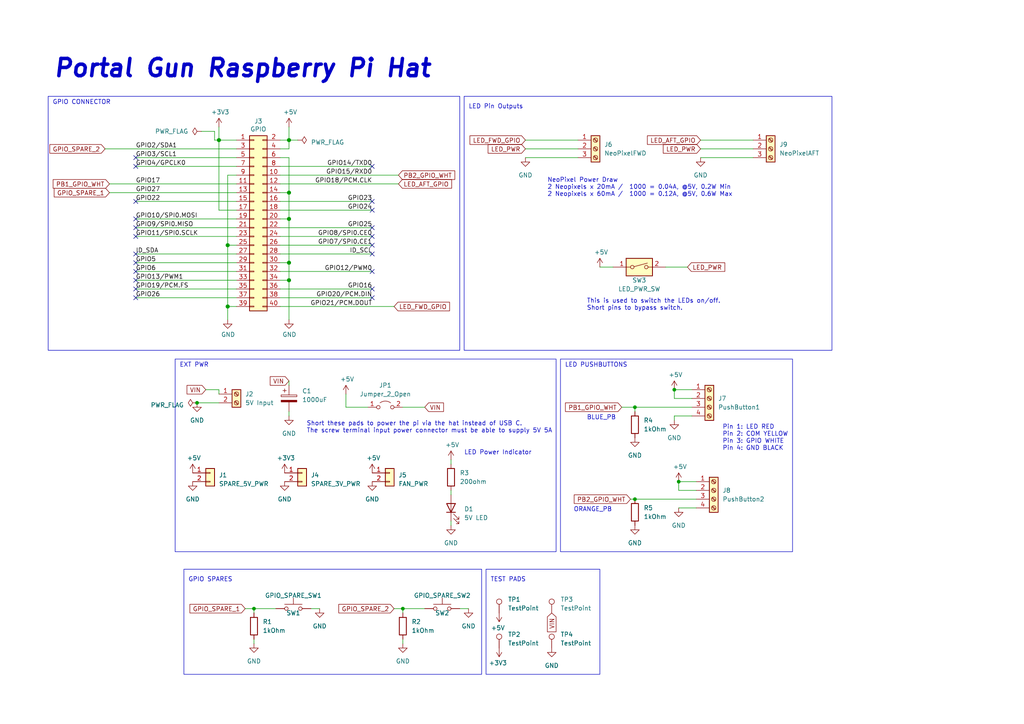
<source format=kicad_sch>
(kicad_sch (version 20230121) (generator eeschema)
  (paper "A4")
  (title_block (title "Portal Gun Raspberry Pi Hat PCB") (date "2024-01-29") (rev "0.1") (company "Ranil Ganlath"))
  (lib_symbols
    (symbol "Connector:Screw_Terminal_01x02" (pin_names (offset 1.016) hide)
      (property "Reference" "J" (at 0 2.54 0))
      (property "Value" "Screw_Terminal_01x02" (at 0 -5.08 0))
      (symbol "Screw_Terminal_01x02_1_1"
        (rectangle (start -1.27 1.27) (end 1.27 -3.81) (stroke (width 0.254)) (fill (type background)))
        (circle (center 0 -2.54) (radius 0.635) (stroke (width 0.1524)))
        (polyline (pts (xy -0.5334 -2.2098) (xy 0.3302 -3.048)) (stroke (width 0.1524)))
        (polyline (pts (xy -0.5334 0.3302) (xy 0.3302 -0.508)) (stroke (width 0.1524)))
        (polyline (pts (xy -0.3556 -2.032) (xy 0.508 -2.8702)) (stroke (width 0.1524)))
        (polyline (pts (xy -0.3556 0.508) (xy 0.508 -0.3302)) (stroke (width 0.1524)))
        (circle (center 0 0) (radius 0.635) (stroke (width 0.1524)))
        (pin passive line (at -5.08 0 0) (length 3.81) (name "Pin_1") (number "1"))
        (pin passive line (at -5.08 -2.54 0) (length 3.81) (name "Pin_2") (number "2"))
      )
    )
    (symbol "Connector:Screw_Terminal_01x03" (pin_names (offset 1.016) hide)
      (property "Reference" "J" (at 0 5.08 0))
      (property "Value" "Screw_Terminal_01x03" (at 0 -5.08 0))
      (symbol "Screw_Terminal_01x03_1_1"
        (rectangle (start -1.27 3.81) (end 1.27 -3.81) (stroke (width 0.254)) (fill (type background)))
        (circle (center 0 -2.54) (radius 0.635) (stroke (width 0.1524)))
        (polyline (pts (xy -0.5334 -2.2098) (xy 0.3302 -3.048)) (stroke (width 0.1524)))
        (polyline (pts (xy -0.5334 0.3302) (xy 0.3302 -0.508)) (stroke (width 0.1524)))
        (polyline (pts (xy -0.5334 2.8702) (xy 0.3302 2.032)) (stroke (width 0.1524)))
        (polyline (pts (xy -0.3556 -2.032) (xy 0.508 -2.8702)) (stroke (width 0.1524)))
        (polyline (pts (xy -0.3556 0.508) (xy 0.508 -0.3302)) (stroke (width 0.1524)))
        (polyline (pts (xy -0.3556 3.048) (xy 0.508 2.2098)) (stroke (width 0.1524)))
        (circle (center 0 0) (radius 0.635) (stroke (width 0.1524)))
        (circle (center 0 2.54) (radius 0.635) (stroke (width 0.1524)))
        (pin passive line (at -5.08 2.54 0) (length 3.81) (name "Pin_1") (number "1"))
        (pin passive line (at -5.08 0 0) (length 3.81) (name "Pin_2") (number "2"))
        (pin passive line (at -5.08 -2.54 0) (length 3.81) (name "Pin_3") (number "3"))
      )
    )
    (symbol "Connector:Screw_Terminal_01x04" (pin_names (offset 1.016) hide)
      (property "Reference" "J" (at 0 5.08 0))
      (property "Value" "Screw_Terminal_01x04" (at 0 -7.62 0))
      (symbol "Screw_Terminal_01x04_1_1"
        (rectangle (start -1.27 3.81) (end 1.27 -6.35) (stroke (width 0.254)) (fill (type background)))
        (circle (center 0 -5.08) (radius 0.635) (stroke (width 0.1524)))
        (circle (center 0 -2.54) (radius 0.635) (stroke (width 0.1524)))
        (polyline (pts (xy -0.5334 -4.7498) (xy 0.3302 -5.588)) (stroke (width 0.1524)))
        (polyline (pts (xy -0.5334 -2.2098) (xy 0.3302 -3.048)) (stroke (width 0.1524)))
        (polyline (pts (xy -0.5334 0.3302) (xy 0.3302 -0.508)) (stroke (width 0.1524)))
        (polyline (pts (xy -0.5334 2.8702) (xy 0.3302 2.032)) (stroke (width 0.1524)))
        (polyline (pts (xy -0.3556 -4.572) (xy 0.508 -5.4102)) (stroke (width 0.1524)))
        (polyline (pts (xy -0.3556 -2.032) (xy 0.508 -2.8702)) (stroke (width 0.1524)))
        (polyline (pts (xy -0.3556 0.508) (xy 0.508 -0.3302)) (stroke (width 0.1524)))
        (polyline (pts (xy -0.3556 3.048) (xy 0.508 2.2098)) (stroke (width 0.1524)))
        (circle (center 0 0) (radius 0.635) (stroke (width 0.1524)))
        (circle (center 0 2.54) (radius 0.635) (stroke (width 0.1524)))
        (pin passive line (at -5.08 2.54 0) (length 3.81) (name "Pin_1") (number "1"))
        (pin passive line (at -5.08 0 0) (length 3.81) (name "Pin_2") (number "2"))
        (pin passive line (at -5.08 -2.54 0) (length 3.81) (name "Pin_3") (number "3"))
        (pin passive line (at -5.08 -5.08 0) (length 3.81) (name "Pin_4") (number "4"))
      )
    )
    (symbol "Connector:TestPoint" (pin_numbers hide) (pin_names (offset 0.762) hide)
      (property "Reference" "TP" (at 0 6.858 0))
      (property "Value" "TestPoint" (at 0 5.08 0))
      (symbol "TestPoint_0_1"
        (circle (center 0 3.302) (radius 0.762))
      )
      (symbol "TestPoint_1_1"
        (pin passive line (at 0 0 90) (length 2.54) (name "1") (number "1"))
      )
    )
    (symbol "Connector_Generic:Conn_01x02" (pin_names (offset 1.016) hide)
      (property "Reference" "J" (at 0 2.54 0))
      (property "Value" "Conn_01x02" (at 0 -5.08 0))
      (symbol "Conn_01x02_1_1"
        (rectangle (start -1.27 -2.413) (end 0 -2.667) (stroke (width 0.1524)))
        (rectangle (start -1.27 0.127) (end 0 -0.127) (stroke (width 0.1524)))
        (rectangle (start -1.27 1.27) (end 1.27 -3.81) (stroke (width 0.254)) (fill (type background)))
        (pin passive line (at -5.08 0 0) (length 3.81) (name "Pin_1") (number "1"))
        (pin passive line (at -5.08 -2.54 0) (length 3.81) (name "Pin_2") (number "2"))
      )
    )
    (symbol "Connector_Generic:Conn_02x20_Odd_Even" (pin_names (offset 1.016) hide)
      (property "Reference" "J" (at 1.27 25.4 0))
      (property "Value" "Conn_02x20_Odd_Even" (at 1.27 -27.94 0))
      (symbol "Conn_02x20_Odd_Even_1_1"
        (rectangle (start -1.27 -25.273) (end 0 -25.527) (stroke (width 0.1524)))
        (rectangle (start -1.27 -22.733) (end 0 -22.987) (stroke (width 0.1524)))
        (rectangle (start -1.27 -20.193) (end 0 -20.447) (stroke (width 0.1524)))
        (rectangle (start -1.27 -17.653) (end 0 -17.907) (stroke (width 0.1524)))
        (rectangle (start -1.27 -15.113) (end 0 -15.367) (stroke (width 0.1524)))
        (rectangle (start -1.27 -12.573) (end 0 -12.827) (stroke (width 0.1524)))
        (rectangle (start -1.27 -10.033) (end 0 -10.287) (stroke (width 0.1524)))
        (rectangle (start -1.27 -7.493) (end 0 -7.747) (stroke (width 0.1524)))
        (rectangle (start -1.27 -4.953) (end 0 -5.207) (stroke (width 0.1524)))
        (rectangle (start -1.27 -2.413) (end 0 -2.667) (stroke (width 0.1524)))
        (rectangle (start -1.27 0.127) (end 0 -0.127) (stroke (width 0.1524)))
        (rectangle (start -1.27 2.667) (end 0 2.413) (stroke (width 0.1524)))
        (rectangle (start -1.27 5.207) (end 0 4.953) (stroke (width 0.1524)))
        (rectangle (start -1.27 7.747) (end 0 7.493) (stroke (width 0.1524)))
        (rectangle (start -1.27 10.287) (end 0 10.033) (stroke (width 0.1524)))
        (rectangle (start -1.27 12.827) (end 0 12.573) (stroke (width 0.1524)))
        (rectangle (start -1.27 15.367) (end 0 15.113) (stroke (width 0.1524)))
        (rectangle (start -1.27 17.907) (end 0 17.653) (stroke (width 0.1524)))
        (rectangle (start -1.27 20.447) (end 0 20.193) (stroke (width 0.1524)))
        (rectangle (start -1.27 22.987) (end 0 22.733) (stroke (width 0.1524)))
        (rectangle (start -1.27 24.13) (end 3.81 -26.67) (stroke (width 0.254)) (fill (type background)))
        (rectangle (start 3.81 -25.273) (end 2.54 -25.527) (stroke (width 0.1524)))
        (rectangle (start 3.81 -22.733) (end 2.54 -22.987) (stroke (width 0.1524)))
        (rectangle (start 3.81 -20.193) (end 2.54 -20.447) (stroke (width 0.1524)))
        (rectangle (start 3.81 -17.653) (end 2.54 -17.907) (stroke (width 0.1524)))
        (rectangle (start 3.81 -15.113) (end 2.54 -15.367) (stroke (width 0.1524)))
        (rectangle (start 3.81 -12.573) (end 2.54 -12.827) (stroke (width 0.1524)))
        (rectangle (start 3.81 -10.033) (end 2.54 -10.287) (stroke (width 0.1524)))
        (rectangle (start 3.81 -7.493) (end 2.54 -7.747) (stroke (width 0.1524)))
        (rectangle (start 3.81 -4.953) (end 2.54 -5.207) (stroke (width 0.1524)))
        (rectangle (start 3.81 -2.413) (end 2.54 -2.667) (stroke (width 0.1524)))
        (rectangle (start 3.81 0.127) (end 2.54 -0.127) (stroke (width 0.1524)))
        (rectangle (start 3.81 2.667) (end 2.54 2.413) (stroke (width 0.1524)))
        (rectangle (start 3.81 5.207) (end 2.54 4.953) (stroke (width 0.1524)))
        (rectangle (start 3.81 7.747) (end 2.54 7.493) (stroke (width 0.1524)))
        (rectangle (start 3.81 10.287) (end 2.54 10.033) (stroke (width 0.1524)))
        (rectangle (start 3.81 12.827) (end 2.54 12.573) (stroke (width 0.1524)))
        (rectangle (start 3.81 15.367) (end 2.54 15.113) (stroke (width 0.1524)))
        (rectangle (start 3.81 17.907) (end 2.54 17.653) (stroke (width 0.1524)))
        (rectangle (start 3.81 20.447) (end 2.54 20.193) (stroke (width 0.1524)))
        (rectangle (start 3.81 22.987) (end 2.54 22.733) (stroke (width 0.1524)))
        (pin passive line (at -5.08 22.86 0) (length 3.81) (name "Pin_1") (number "1"))
        (pin passive line (at 7.62 12.7 180) (length 3.81) (name "Pin_10") (number "10"))
        (pin passive line (at -5.08 10.16 0) (length 3.81) (name "Pin_11") (number "11"))
        (pin passive line (at 7.62 10.16 180) (length 3.81) (name "Pin_12") (number "12"))
        (pin passive line (at -5.08 7.62 0) (length 3.81) (name "Pin_13") (number "13"))
        (pin passive line (at 7.62 7.62 180) (length 3.81) (name "Pin_14") (number "14"))
        (pin passive line (at -5.08 5.08 0) (length 3.81) (name "Pin_15") (number "15"))
        (pin passive line (at 7.62 5.08 180) (length 3.81) (name "Pin_16") (number "16"))
        (pin passive line (at -5.08 2.54 0) (length 3.81) (name "Pin_17") (number "17"))
        (pin passive line (at 7.62 2.54 180) (length 3.81) (name "Pin_18") (number "18"))
        (pin passive line (at -5.08 0 0) (length 3.81) (name "Pin_19") (number "19"))
        (pin passive line (at 7.62 22.86 180) (length 3.81) (name "Pin_2") (number "2"))
        (pin passive line (at 7.62 0 180) (length 3.81) (name "Pin_20") (number "20"))
        (pin passive line (at -5.08 -2.54 0) (length 3.81) (name "Pin_21") (number "21"))
        (pin passive line (at 7.62 -2.54 180) (length 3.81) (name "Pin_22") (number "22"))
        (pin passive line (at -5.08 -5.08 0) (length 3.81) (name "Pin_23") (number "23"))
        (pin passive line (at 7.62 -5.08 180) (length 3.81) (name "Pin_24") (number "24"))
        (pin passive line (at -5.08 -7.62 0) (length 3.81) (name "Pin_25") (number "25"))
        (pin passive line (at 7.62 -7.62 180) (length 3.81) (name "Pin_26") (number "26"))
        (pin passive line (at -5.08 -10.16 0) (length 3.81) (name "Pin_27") (number "27"))
        (pin passive line (at 7.62 -10.16 180) (length 3.81) (name "Pin_28") (number "28"))
        (pin passive line (at -5.08 -12.7 0) (length 3.81) (name "Pin_29") (number "29"))
        (pin passive line (at -5.08 20.32 0) (length 3.81) (name "Pin_3") (number "3"))
        (pin passive line (at 7.62 -12.7 180) (length 3.81) (name "Pin_30") (number "30"))
        (pin passive line (at -5.08 -15.24 0) (length 3.81) (name "Pin_31") (number "31"))
        (pin passive line (at 7.62 -15.24 180) (length 3.81) (name "Pin_32") (number "32"))
        (pin passive line (at -5.08 -17.78 0) (length 3.81) (name "Pin_33") (number "33"))
        (pin passive line (at 7.62 -17.78 180) (length 3.81) (name "Pin_34") (number "34"))
        (pin passive line (at -5.08 -20.32 0) (length 3.81) (name "Pin_35") (number "35"))
        (pin passive line (at 7.62 -20.32 180) (length 3.81) (name "Pin_36") (number "36"))
        (pin passive line (at -5.08 -22.86 0) (length 3.81) (name "Pin_37") (number "37"))
        (pin passive line (at 7.62 -22.86 180) (length 3.81) (name "Pin_38") (number "38"))
        (pin passive line (at -5.08 -25.4 0) (length 3.81) (name "Pin_39") (number "39"))
        (pin passive line (at 7.62 20.32 180) (length 3.81) (name "Pin_4") (number "4"))
        (pin passive line (at 7.62 -25.4 180) (length 3.81) (name "Pin_40") (number "40"))
        (pin passive line (at -5.08 17.78 0) (length 3.81) (name "Pin_5") (number "5"))
        (pin passive line (at 7.62 17.78 180) (length 3.81) (name "Pin_6") (number "6"))
        (pin passive line (at -5.08 15.24 0) (length 3.81) (name "Pin_7") (number "7"))
        (pin passive line (at 7.62 15.24 180) (length 3.81) (name "Pin_8") (number "8"))
        (pin passive line (at -5.08 12.7 0) (length 3.81) (name "Pin_9") (number "9"))
      )
    )
    (symbol "Device:C_Polarized" (pin_numbers hide) (pin_names (offset 0.254))
      (property "Reference" "C" (at 0.635 2.54 0))
      (property "Value" "C_Polarized" (at 0.635 -2.54 0))
      (symbol "C_Polarized_0_1"
        (rectangle (start -2.286 0.508) (end 2.286 1.016))
        (polyline (pts (xy -1.778 2.286) (xy -0.762 2.286)))
        (polyline (pts (xy -1.27 2.794) (xy -1.27 1.778)))
        (rectangle (start 2.286 -0.508) (end -2.286 -1.016) (fill (type outline)))
      )
      (symbol "C_Polarized_1_1"
        (pin passive line (at 0 3.81 270) (length 2.794) (name "~") (number "1"))
        (pin passive line (at 0 -3.81 90) (length 2.794) (name "~") (number "2"))
      )
    )
    (symbol "Device:LED" (pin_numbers hide) (pin_names (offset 1.016) hide)
      (property "Reference" "D" (at 0 2.54 0))
      (property "Value" "LED" (at 0 -2.54 0))
      (symbol "LED_0_1"
        (polyline (pts (xy -1.27 -1.27) (xy -1.27 1.27)) (stroke (width 0.254)))
        (polyline (pts (xy -1.27 0) (xy 1.27 0)))
        (polyline (pts (xy 1.27 -1.27) (xy 1.27 1.27) (xy -1.27 0) (xy 1.27 -1.27)) (stroke (width 0.254)))
        (polyline (pts (xy -3.048 -0.762) (xy -4.572 -2.286) (xy -3.81 -2.286) (xy -4.572 -2.286) (xy -4.572 -1.524)))
        (polyline (pts (xy -1.778 -0.762) (xy -3.302 -2.286) (xy -2.54 -2.286) (xy -3.302 -2.286) (xy -3.302 -1.524)))
      )
      (symbol "LED_1_1"
        (pin passive line (at -3.81 0 0) (length 2.54) (name "K") (number "1"))
        (pin passive line (at 3.81 0 180) (length 2.54) (name "A") (number "2"))
      )
    )
    (symbol "Device:R" (pin_numbers hide) (pin_names (offset 0))
      (property "Reference" "R" (at 2.032 0 90))
      (property "Value" "R" (at 0 0 90))
      (symbol "R_0_1"
        (rectangle (start -1.016 -2.54) (end 1.016 2.54) (stroke (width 0.254)))
      )
      (symbol "R_1_1"
        (pin passive line (at 0 3.81 270) (length 1.27) (name "~") (number "1"))
        (pin passive line (at 0 -3.81 90) (length 1.27) (name "~") (number "2"))
      )
    )
    (symbol "Jumper:Jumper_2_Open" (pin_names (offset 0) hide)
      (property "Reference" "JP" (at 0 2.794 0))
      (property "Value" "Jumper_2_Open" (at 0 -2.286 0))
      (symbol "Jumper_2_Open_0_0"
        (circle (center -2.032 0) (radius 0.508))
        (circle (center 2.032 0) (radius 0.508))
      )
      (symbol "Jumper_2_Open_0_1"
        (arc (start 1.524 1.27) (mid 0 1.778) (end -1.524 1.27))
      )
      (symbol "Jumper_2_Open_1_1"
        (pin passive line (at -5.08 0 0) (length 2.54) (name "A") (number "1"))
        (pin passive line (at 5.08 0 180) (length 2.54) (name "B") (number "2"))
      )
    )
    (symbol "Switch:SW_DIP_x01" (pin_names (offset 0) hide)
      (property "Reference" "SW" (at 0 3.81 0))
      (property "Value" "SW_DIP_x01" (at 0 -3.81 0))
      (symbol "SW_DIP_x01_0_0"
        (circle (center -2.032 0) (radius 0.508))
        (polyline (pts (xy -1.524 0.127) (xy 2.3622 1.1684)))
        (circle (center 2.032 0) (radius 0.508))
      )
      (symbol "SW_DIP_x01_0_1"
        (rectangle (start -3.81 2.54) (end 3.81 -2.54) (stroke (width 0.254)) (fill (type background)))
      )
      (symbol "SW_DIP_x01_1_1"
        (pin passive line (at -7.62 0 0) (length 5.08) (name "~") (number "1"))
        (pin passive line (at 7.62 0 180) (length 5.08) (name "~") (number "2"))
      )
    )
    (symbol "Switch:SW_Push" (pin_numbers hide) (pin_names (offset 1.016) hide)
      (property "Reference" "SW" (at 1.27 2.54 0))
      (property "Value" "SW_Push" (at 0 -1.524 0))
      (symbol "SW_Push_0_1"
        (circle (center -2.032 0) (radius 0.508))
        (polyline (pts (xy 0 1.27) (xy 0 3.048)))
        (polyline (pts (xy 2.54 1.27) (xy -2.54 1.27)))
        (circle (center 2.032 0) (radius 0.508))
        (pin passive line (at -5.08 0 0) (length 2.54) (name "1") (number "1"))
        (pin passive line (at 5.08 0 180) (length 2.54) (name "2") (number "2"))
      )
    )
    (symbol "power:+3.3V" (power) (pin_names (offset 0))
      (property "Value" "+3.3V" (at 0 3.556 0))
      (symbol "+3.3V_0_1"
        (polyline (pts (xy -0.762 1.27) (xy 0 2.54)))
        (polyline (pts (xy 0 0) (xy 0 2.54)))
        (polyline (pts (xy 0 2.54) (xy 0.762 1.27)))
      )
      (symbol "+3.3V_1_1"
        (pin power_in line (at 0 0 90) (length 0) hide (name "+3V3") (number "1"))
      )
    )
    (symbol "power:+5V" (power) (pin_names (offset 0))
      (property "Value" "+5V" (at 0 3.556 0))
      (symbol "+5V_0_1"
        (polyline (pts (xy -0.762 1.27) (xy 0 2.54)))
        (polyline (pts (xy 0 0) (xy 0 2.54)))
        (polyline (pts (xy 0 2.54) (xy 0.762 1.27)))
      )
      (symbol "+5V_1_1"
        (pin power_in line (at 0 0 90) (length 0) hide (name "+5V") (number "1"))
      )
    )
    (symbol "power:GND" (power) (pin_names (offset 0))
      (property "Value" "GND" (at 0 -3.81 0))
      (symbol "GND_0_1"
        (polyline (pts (xy 0 0) (xy 0 -1.27) (xy 1.27 -1.27) (xy 0 -2.54) (xy -1.27 -1.27) (xy 0 -1.27)))
      )
      (symbol "GND_1_1"
        (pin power_in line (at 0 0 270) (length 0) hide (name "GND") (number "1"))
      )
    )
    (symbol "power:PWR_FLAG" (power) (pin_numbers hide) (pin_names (offset 0) hide)
      (property "Value" "PWR_FLAG" (at 0 3.81 0))
      (symbol "PWR_FLAG_0_0"
        (pin power_out line (at 0 0 90) (length 0) (name "pwr") (number "1"))
      )
      (symbol "PWR_FLAG_0_1"
        (polyline (pts (xy 0 0) (xy 0 1.27) (xy -1.016 1.905) (xy 0 2.54) (xy 1.016 1.905) (xy 0 1.27)))
      )
    )
  )
  (junction (at 83.82 40.64) (diameter 1.016))
  (junction (at 83.82 55.88) (diameter 1.016))
  (junction (at 195.58 113.03))
  (junction (at 196.85 139.7))
  (junction (at 116.84 176.53))
  (junction (at 73.66 176.53))
  (junction (at 66.04 88.9) (diameter 1.016))
  (junction (at 66.04 71.12) (diameter 1.016))
  (junction (at 184.15 118.11))
  (junction (at 83.82 81.28) (diameter 1.016))
  (junction (at 83.82 76.2) (diameter 1.016))
  (junction (at 83.82 63.5) (diameter 1.016))
  (junction (at 57.15 116.84))
  (junction (at 184.15 144.78))
  (junction (at 63.5 40.64) (diameter 1.016))
  (no_connect (at 39.37 86.36))
  (no_connect (at 39.37 58.42))
  (no_connect (at 107.95 78.74))
  (no_connect (at 107.95 48.26))
  (no_connect (at 39.37 66.04))
  (no_connect (at 107.95 73.66))
  (no_connect (at 107.95 83.82))
  (no_connect (at 107.95 71.12))
  (no_connect (at 39.37 68.58))
  (no_connect (at 39.37 81.28))
  (no_connect (at 39.37 78.74))
  (no_connect (at 107.95 58.42))
  (no_connect (at 39.37 63.5))
  (no_connect (at 39.37 73.66))
  (no_connect (at 39.37 48.26))
  (no_connect (at 107.95 68.58))
  (no_connect (at 107.95 86.36))
  (no_connect (at 39.37 83.82))
  (no_connect (at 107.95 60.96))
  (no_connect (at 107.95 66.04))
  (no_connect (at 39.37 76.2))
  (no_connect (at 39.37 45.72))
  (wire (pts (xy 66.04 71.12) (xy 66.04 88.9)))
  (wire (pts (xy 81.28 71.12) (xy 107.95 71.12)))
  (wire (pts (xy 116.84 186.69) (xy 116.84 185.42)))
  (wire (pts (xy 184.15 118.11) (xy 184.15 119.38)))
  (wire (pts (xy 73.66 177.8) (xy 73.66 176.53)))
  (wire (pts (xy 68.58 53.34) (xy 31.75 53.34)))
  (wire (pts (xy 203.2 45.72) (xy 218.44 45.72)))
  (wire (pts (xy 83.82 119.38) (xy 83.82 120.65)))
  (wire (pts (xy 83.82 45.72) (xy 83.82 55.88)))
  (wire (pts (xy 83.82 63.5) (xy 81.28 63.5)))
  (wire (pts (xy 83.82 76.2) (xy 83.82 81.28)))
  (wire (pts (xy 184.15 118.11) (xy 200.66 118.11)))
  (wire (pts (xy 203.2 40.64) (xy 218.44 40.64)))
  (wire (pts (xy 83.82 63.5) (xy 83.82 76.2)))
  (wire (pts (xy 81.28 48.26) (xy 107.95 48.26)))
  (wire (pts (xy 63.5 113.03) (xy 63.5 114.3)))
  (wire (pts (xy 66.04 50.8) (xy 66.04 71.12)))
  (wire (pts (xy 92.71 176.53) (xy 90.17 176.53)))
  (wire (pts (xy 62.23 38.1) (xy 62.23 40.64)))
  (wire (pts (xy 66.04 50.8) (xy 68.58 50.8)))
  (wire (pts (xy 81.28 68.58) (xy 107.95 68.58)))
  (wire (pts (xy 68.58 73.66) (xy 39.37 73.66)))
  (wire (pts (xy 182.88 144.78) (xy 184.15 144.78)))
  (wire (pts (xy 195.58 120.65) (xy 195.58 121.92)))
  (wire (pts (xy 39.37 76.2) (xy 68.58 76.2)))
  (wire (pts (xy 86.36 40.64) (xy 83.82 40.64)))
  (wire (pts (xy 66.04 71.12) (xy 68.58 71.12)))
  (wire (pts (xy 81.28 58.42) (xy 107.95 58.42)))
  (wire (pts (xy 100.33 118.11) (xy 106.68 118.11)))
  (wire (pts (xy 31.75 55.88) (xy 68.58 55.88)))
  (wire (pts (xy 195.58 115.57) (xy 195.58 113.03)))
  (wire (pts (xy 81.28 88.9) (xy 114.3 88.9)))
  (wire (pts (xy 66.04 88.9) (xy 66.04 92.71)))
  (wire (pts (xy 63.5 36.83) (xy 63.5 40.64)))
  (wire (pts (xy 100.33 114.3) (xy 100.33 118.11)))
  (wire (pts (xy 196.85 142.24) (xy 196.85 139.7)))
  (wire (pts (xy 83.82 81.28) (xy 81.28 81.28)))
  (wire (pts (xy 135.89 176.53) (xy 133.35 176.53)))
  (wire (pts (xy 39.37 45.72) (xy 68.58 45.72)))
  (wire (pts (xy 130.81 151.13) (xy 130.81 152.4)))
  (wire (pts (xy 58.42 38.1) (xy 62.23 38.1)))
  (wire (pts (xy 57.15 116.84) (xy 63.5 116.84)))
  (wire (pts (xy 39.37 68.58) (xy 68.58 68.58)))
  (wire (pts (xy 63.5 60.96) (xy 68.58 60.96)))
  (wire (pts (xy 116.84 118.11) (xy 123.19 118.11)))
  (wire (pts (xy 68.58 43.18) (xy 30.48 43.18)))
  (wire (pts (xy 73.66 186.69) (xy 73.66 185.42)))
  (wire (pts (xy 83.82 40.64) (xy 83.82 43.18)))
  (wire (pts (xy 130.81 133.35) (xy 130.81 134.62)))
  (wire (pts (xy 83.82 55.88) (xy 83.82 63.5)))
  (wire (pts (xy 81.28 53.34) (xy 115.57 53.34)))
  (wire (pts (xy 83.82 55.88) (xy 81.28 55.88)))
  (wire (pts (xy 83.82 110.49) (xy 83.82 111.76)))
  (wire (pts (xy 83.82 36.83) (xy 83.82 40.64)))
  (wire (pts (xy 201.93 142.24) (xy 196.85 142.24)))
  (wire (pts (xy 39.37 48.26) (xy 68.58 48.26)))
  (wire (pts (xy 83.82 40.64) (xy 81.28 40.64)))
  (wire (pts (xy 62.23 40.64) (xy 63.5 40.64)))
  (wire (pts (xy 63.5 40.64) (xy 63.5 60.96)))
  (wire (pts (xy 81.28 60.96) (xy 107.95 60.96)))
  (wire (pts (xy 81.28 50.8) (xy 115.57 50.8)))
  (wire (pts (xy 39.37 58.42) (xy 68.58 58.42)))
  (wire (pts (xy 152.4 40.64) (xy 167.64 40.64)))
  (wire (pts (xy 39.37 66.04) (xy 68.58 66.04)))
  (wire (pts (xy 71.12 176.53) (xy 73.66 176.53)))
  (wire (pts (xy 180.34 118.11) (xy 184.15 118.11)))
  (wire (pts (xy 116.84 176.53) (xy 123.19 176.53)))
  (wire (pts (xy 39.37 78.74) (xy 68.58 78.74)))
  (wire (pts (xy 195.58 113.03) (xy 200.66 113.03)))
  (wire (pts (xy 83.82 43.18) (xy 81.28 43.18)))
  (wire (pts (xy 130.81 142.24) (xy 130.81 143.51)))
  (wire (pts (xy 152.4 45.72) (xy 167.64 45.72)))
  (wire (pts (xy 152.4 43.18) (xy 167.64 43.18)))
  (wire (pts (xy 39.37 83.82) (xy 68.58 83.82)))
  (wire (pts (xy 81.28 83.82) (xy 107.95 83.82)))
  (wire (pts (xy 81.28 78.74) (xy 107.95 78.74)))
  (wire (pts (xy 66.04 88.9) (xy 68.58 88.9)))
  (wire (pts (xy 73.66 176.53) (xy 80.01 176.53)))
  (wire (pts (xy 81.28 86.36) (xy 107.95 86.36)))
  (wire (pts (xy 114.3 176.53) (xy 116.84 176.53)))
  (wire (pts (xy 83.82 45.72) (xy 81.28 45.72)))
  (wire (pts (xy 195.58 120.65) (xy 200.66 120.65)))
  (wire (pts (xy 39.37 86.36) (xy 68.58 86.36)))
  (wire (pts (xy 116.84 177.8) (xy 116.84 176.53)))
  (wire (pts (xy 196.85 139.7) (xy 201.93 139.7)))
  (wire (pts (xy 196.85 147.32) (xy 201.93 147.32)))
  (wire (pts (xy 59.69 113.03) (xy 63.5 113.03)))
  (wire (pts (xy 200.66 115.57) (xy 195.58 115.57)))
  (wire (pts (xy 83.82 81.28) (xy 83.82 92.71)))
  (wire (pts (xy 81.28 66.04) (xy 107.95 66.04)))
  (wire (pts (xy 68.58 81.28) (xy 39.37 81.28)))
  (wire (pts (xy 177.8 77.47) (xy 173.99 77.47)))
  (wire (pts (xy 184.15 144.78) (xy 201.93 144.78)))
  (wire (pts (xy 83.82 76.2) (xy 81.28 76.2)))
  (wire (pts (xy 63.5 40.64) (xy 68.58 40.64)))
  (wire (pts (xy 203.2 43.18) (xy 218.44 43.18)))
  (wire (pts (xy 68.58 63.5) (xy 39.37 63.5)))
  (wire (pts (xy 81.28 73.66) (xy 107.95 73.66)))
  (wire (pts (xy 193.04 77.47) (xy 199.39 77.47)))
  (rectangle (start 13.97 27.94) (end 133.35 101.6))
  (rectangle (start 140.97 165.1) (end 173.99 195.58))
  (rectangle (start 134.62 27.94) (end 241.3 101.6))
  (rectangle (start 162.56 104.14) (end 229.87 160.02))
  (rectangle (start 53.34 165.1) (end 139.7 195.58))
  (rectangle (start 50.8 104.14) (end 161.29 160.02))
  (text "LED Power Indicator" (at 134.62 132.08 0) (effects (font (size 1.27 1.27)) (justify left bottom)))
  (text "This is used to switch the LEDs on/off. \nShort pins to bypass switch." (at 170.18 90.17 0) (effects (font (size 1.27 1.27)) (justify left bottom)))
  (text "GPIO CONNECTOR" (at 15.24 30.48 0) (effects (font (size 1.27 1.27)) (justify left bottom)))
  (text "LED PUSHBUTTONS" (at 163.83 106.68 0) (effects (font (size 1.27 1.27)) (justify left bottom)))
  (text "Portal Gun Raspberry Pi Hat" (at 15.24 22.86 0) (effects (font (size 5 5) (thickness 1) bold italic) (justify left bottom)))
  (text "NeoPixel Power Draw\n2 Neopixels x 20mA /  1000 = 0.04A, @5V, 0.2W Min\n2 Neopixels x 60mA /  1000 = 0.12A, @5V, 0.6W Max" (at 158.75 57.15 0) (effects (font (size 1.27 1.27)) (justify left bottom)))
  (text "BLUE_PB" (at 170.18 121.92 0) (effects (font (size 1.27 1.27)) (justify left bottom)))
  (text "ORANGE_PB" (at 166.37 148.59 0) (effects (font (size 1.27 1.27)) (justify left bottom)))
  (text "LED Pin Outputs" (at 135.89 31.75 0) (effects (font (size 1.27 1.27)) (justify left bottom)))
  (text "GPIO SPARES" (at 54.61 168.91 0) (effects (font (size 1.27 1.27)) (justify left bottom)))
  (text "Short these pads to power the pi via the hat instead of USB C. \nThe screw terminal input power connector must be able to supply 5V 5A" (at 88.9 125.73 0) (effects (font (size 1.27 1.27)) (justify left bottom)))
  (text "Pin 1: LED RED\nPin 2: COM YELLOW\nPin 3: GPIO WHITE\nPin 4: GND BLACK" (at 209.55 130.81 0) (effects (font (size 1.27 1.27)) (justify left bottom)))
  (text "TEST PADS" (at 142.24 168.91 0) (effects (font (size 1.27 1.27)) (justify left bottom)))
  (text "EXT PWR" (at 52.07 106.68 0) (effects (font (size 1.27 1.27)) (justify left bottom)))
  (label "ID_SDA" (at 39.37 73.66 0))
  (label "GPIO6" (at 39.37 78.74 0))
  (label "ID_SCL" (at 107.95 73.66 180))
  (label "GPIO5" (at 39.37 76.2 0))
  (label "GPIO21{slash}PCM.DOUT" (at 107.95 88.9 180))
  (label "GPIO19{slash}PCM.FS" (at 39.37 83.82 0))
  (label "GPIO10{slash}SPI0.MOSI" (at 39.37 63.5 0))
  (label "GPIO9{slash}SPI0.MISO" (at 39.37 66.04 0))
  (label "GPIO23" (at 107.95 58.42 180))
  (label "GPIO4{slash}GPCLK0" (at 39.37 48.26 0))
  (label "GPIO27" (at 39.37 55.88 0))
  (label "GPIO26" (at 39.37 86.36 0))
  (label "GPIO14{slash}TXD0" (at 107.95 48.26 180))
  (label "GPIO8{slash}SPI0.CE0" (at 107.95 68.58 180))
  (label "GPIO15{slash}RXD0" (at 107.95 50.8 180))
  (label "GPIO16" (at 107.95 83.82 180))
  (label "GPIO22" (at 39.37 58.42 0))
  (label "GPIO2{slash}SDA1" (at 39.37 43.18 0))
  (label "GPIO17" (at 39.37 53.34 0))
  (label "GPIO25" (at 107.95 66.04 180))
  (label "GPIO3{slash}SCL1" (at 39.37 45.72 0))
  (label "GPIO18{slash}PCM.CLK" (at 107.95 53.34 180))
  (label "GPIO12{slash}PWM0" (at 107.95 78.74 180))
  (label "GPIO13{slash}PWM1" (at 39.37 81.28 0))
  (label "GPIO20{slash}PCM.DIN" (at 107.95 86.36 180))
  (label "GPIO24" (at 107.95 60.96 180))
  (label "GPIO7{slash}SPI0.CE1" (at 107.95 71.12 180))
  (label "GPIO11{slash}SPI0.SCLK" (at 39.37 68.58 0))
  (global_label "LED_PWR" (shape input) (at 199.39 77.47 0) (property "Intersheetrefs" "${INTERSHEET_REFS}" (effects hide)))
  (global_label "VIN" (shape input) (at 123.19 118.11 0) (property "Intersheetrefs" "${INTERSHEET_REFS}" (effects hide)))
  (global_label "PB1_GPIO_WHT" (shape input) (at 180.34 118.11 180) (property "Intersheetrefs" "${INTERSHEET_REFS}" (effects hide)))
  (global_label "PB2_GPIO_WHT" (shape input) (at 115.57 50.8 0) (property "Intersheetrefs" "${INTERSHEET_REFS}" (effects hide)))
  (global_label "GPIO_SPARE_2" (shape input) (at 30.48 43.18 180) (property "Intersheetrefs" "${INTERSHEET_REFS}" (effects hide)))
  (global_label "VIN" (shape input) (at 83.82 110.49 180) (property "Intersheetrefs" "${INTERSHEET_REFS}" (effects hide)))
  (global_label "LED_AFT_GPIO" (shape input) (at 203.2 40.64 180) (property "Intersheetrefs" "${INTERSHEET_REFS}" (effects hide)))
  (global_label "GPIO_SPARE_1" (shape input) (at 71.12 176.53 180) (property "Intersheetrefs" "${INTERSHEET_REFS}" (effects hide)))
  (global_label "VIN" (shape input) (at 160.02 177.8 270) (property "Intersheetrefs" "${INTERSHEET_REFS}" (effects hide)))
  (global_label "LED_PWR" (shape input) (at 203.2 43.18 180) (property "Intersheetrefs" "${INTERSHEET_REFS}" (effects hide)))
  (global_label "GPIO_SPARE_2" (shape input) (at 114.3 176.53 180) (property "Intersheetrefs" "${INTERSHEET_REFS}" (effects hide)))
  (global_label "LED_AFT_GPIO" (shape input) (at 115.57 53.34 0) (property "Intersheetrefs" "${INTERSHEET_REFS}" (effects hide)))
  (global_label "LED_FWD_GPIO" (shape input) (at 114.3 88.9 0) (property "Intersheetrefs" "${INTERSHEET_REFS}" (effects hide)))
  (global_label "PB1_GPIO_WHT" (shape input) (at 31.75 53.34 180) (property "Intersheetrefs" "${INTERSHEET_REFS}" (effects hide)))
  (global_label "LED_PWR" (shape input) (at 152.4 43.18 180) (property "Intersheetrefs" "${INTERSHEET_REFS}" (effects hide)))
  (global_label "PB2_GPIO_WHT" (shape input) (at 182.88 144.78 180) (property "Intersheetrefs" "${INTERSHEET_REFS}" (effects hide)))
  (global_label "VIN" (shape input) (at 59.69 113.03 180) (property "Intersheetrefs" "${INTERSHEET_REFS}" (effects hide)))
  (global_label "LED_FWD_GPIO" (shape input) (at 152.4 40.64 180) (property "Intersheetrefs" "${INTERSHEET_REFS}" (effects hide)))
  (global_label "GPIO_SPARE_1" (shape input) (at 31.75 55.88 180) (property "Intersheetrefs" "${INTERSHEET_REFS}" (effects hide)))
  (symbol (lib_id "power:+5V") (at 83.82 36.83 0) (unit 1)
    (property "Reference" "#PWR09" (effects hide))
    (property "Value" "+5V" (at 84.1883 32.5056 0))
  )
  (symbol (lib_id "power:+3.3V") (at 63.5 36.83 0) (unit 1)
    (property "Reference" "#PWR04" (effects hide))
    (property "Value" "+3.3V" (at 63.8683 32.5056 0))
  )
  (symbol (lib_id "power:GND") (at 83.82 92.71 0) (unit 1)
    (property "Reference" "#PWR010" (effects hide))
    (property "Value" "GND" (at 83.9343 97.0344 0))
  )
  (symbol (lib_id "power:GND") (at 66.04 92.71 0) (unit 1)
    (property "Reference" "#PWR05" (effects hide))
    (property "Value" "GND" (at 66.1543 97.0344 0))
  )
  (symbol (lib_id "Connector_Generic:Conn_02x20_Odd_Even") (at 73.66 63.5 0) (unit 1)
    (property "Reference" "J3" (at 74.93 35.1598 0))
    (property "Value" "GPIO" (at 74.93 37.465 0))
    (property "Footprint" "Connector_PinSocket_2.54mm:PinSocket_2x20_P2.54mm_Vertical" (effects hide))
  )
  (symbol (lib_id "Connector:Screw_Terminal_01x04") (at 207.01 142.24 0) (unit 1)
    (property "Reference" "J8" (at 209.55 142.24 0) (effects (justify left)))
    (property "Value" "PushButton2" (at 209.55 144.78 0) (effects (justify left)))
    (property "Footprint" "TerminalBlock_Phoenix:TerminalBlock_Phoenix_MKDS-1,5-4_1x04_P5.00mm_Horizontal" (effects hide))
  )
  (symbol (lib_id "power:GND") (at 116.84 186.69 0) (unit 1)
    (property "Reference" "#PWR016" (effects hide))
    (property "Value" "GND" (at 116.84 191.77 0))
  )
  (symbol (lib_id "power:GND") (at 83.82 120.65 0) (unit 1)
    (property "Reference" "#PWR011" (effects hide))
    (property "Value" "GND" (at 83.82 125.73 0))
  )
  (symbol (lib_id "power:GND") (at 184.15 152.4 0) (unit 1)
    (property "Reference" "#PWR026" (effects hide))
    (property "Value" "GND" (at 184.15 157.48 0))
  )
  (symbol (lib_id "power:GND") (at 195.58 121.92 0) (unit 1)
    (property "Reference" "#PWR028" (effects hide))
    (property "Value" "GND" (at 195.58 127 0))
  )
  (symbol (lib_id "power:+5V") (at 173.99 77.47 0) (unit 1)
    (property "Reference" "#PWR024" (effects hide))
    (property "Value" "+5V" (at 174.3583 73.1456 0))
  )
  (symbol (lib_id "power:+5V") (at 196.85 139.7 0) (unit 1)
    (property "Reference" "#PWR029" (effects hide))
    (property "Value" "+5V" (at 197.2183 135.3756 0))
  )
  (symbol (lib_id "power:PWR_FLAG") (at 58.42 38.1 90) (unit 1)
    (property "Reference" "#FLG02" (effects hide))
    (property "Value" "PWR_FLAG" (at 54.61 38.1 90) (effects (justify left)))
  )
  (symbol (lib_id "Connector:TestPoint") (at 160.02 177.8 0) (unit 1)
    (property "Reference" "TP3" (at 162.56 173.863 0) (effects (justify left)))
    (property "Value" "TestPoint" (at 162.56 176.403 0) (effects (justify left)))
    (property "Footprint" "TestPoint:TestPoint_Pad_D1.0mm" (effects hide))
  )
  (symbol (lib_id "Switch:SW_DIP_x01") (at 185.42 77.47 0) (unit 1)
    (property "Reference" "SW3" (at 185.42 81.28 0))
    (property "Value" "LED_PWR_SW" (at 185.42 83.82 0))
    (property "Footprint" "Connector_PinHeader_2.54mm:PinHeader_1x02_P2.54mm_Vertical" (effects hide))
  )
  (symbol (lib_id "Connector_Generic:Conn_01x02") (at 87.63 137.16 0) (unit 1)
    (property "Reference" "J4" (at 90.17 137.795 0) (effects (justify left)))
    (property "Value" "SPARE_3V_PWR" (at 90.17 140.335 0) (effects (justify left)))
    (property "Footprint" "Connector_PinHeader_2.54mm:PinHeader_1x02_P2.54mm_Vertical" (effects hide))
  )
  (symbol (lib_id "power:GND") (at 82.55 139.7 0) (unit 1)
    (property "Reference" "#PWR08" (effects hide))
    (property "Value" "GND" (at 82.55 144.78 0))
  )
  (symbol (lib_id "power:GND") (at 152.4 45.72 0) (unit 1)
    (property "Reference" "#PWR022" (effects hide))
    (property "Value" "GND" (at 152.4 50.8 0))
  )
  (symbol (lib_id "Connector:TestPoint") (at 144.78 177.8 0) (unit 1)
    (property "Reference" "TP1" (at 147.32 173.863 0) (effects (justify left)))
    (property "Value" "TestPoint" (at 147.32 176.403 0) (effects (justify left)))
    (property "Footprint" "TestPoint:TestPoint_Pad_D1.0mm" (effects hide))
  )
  (symbol (lib_id "Switch:SW_Push") (at 85.09 176.53 0) (unit 1)
    (property "Reference" "SW1" (at 85.09 177.8 0))
    (property "Value" "GPIO_SPARE_SW1" (at 85.09 172.72 0))
    (property "Footprint" "Connector_PinHeader_2.54mm:PinHeader_1x02_P2.54mm_Vertical" (effects hide))
  )
  (symbol (lib_id "Device:R") (at 130.81 138.43 0) (unit 1)
    (property "Reference" "R3" (at 133.35 137.16 0) (effects (justify left)))
    (property "Value" "200ohm" (at 133.35 139.7 0) (effects (justify left)))
    (property "Footprint" "Resistor_SMD:R_1206_3216Metric_Pad1.30x1.75mm_HandSolder" (effects hide))
  )
  (symbol (lib_id "power:+3.3V") (at 144.78 187.96 180) (unit 1)
    (property "Reference" "#PWR021" (effects hide))
    (property "Value" "+3.3V" (at 144.4117 192.2844 0))
  )
  (symbol (lib_id "power:+5V") (at 100.33 114.3 0) (unit 1)
    (property "Reference" "#PWR013" (effects hide))
    (property "Value" "+5V" (at 100.6983 109.9756 0))
  )
  (symbol (lib_id "Device:R") (at 73.66 181.61 180) (unit 1)
    (property "Reference" "R1" (at 76.2 180.34 0) (effects (justify right)))
    (property "Value" "1kOhm" (at 76.2 182.88 0) (effects (justify right)))
    (property "Footprint" "Resistor_SMD:R_1206_3216Metric_Pad1.30x1.75mm_HandSolder" (effects hide))
  )
  (symbol (lib_id "power:GND") (at 160.02 187.96 0) (unit 1)
    (property "Reference" "#PWR023" (effects hide))
    (property "Value" "GND" (at 160.02 193.04 0))
  )
  (symbol (lib_id "Connector_Generic:Conn_01x02") (at 60.96 137.16 0) (unit 1)
    (property "Reference" "J1" (at 63.5 137.795 0) (effects (justify left)))
    (property "Value" "SPARE_5V_PWR" (at 63.5 140.335 0) (effects (justify left)))
    (property "Footprint" "Connector_PinHeader_2.54mm:PinHeader_1x02_P2.54mm_Vertical" (effects hide))
  )
  (symbol (lib_id "power:GND") (at 130.81 152.4 0) (unit 1)
    (property "Reference" "#PWR018" (effects hide))
    (property "Value" "GND" (at 130.81 157.48 0))
  )
  (symbol (lib_id "power:GND") (at 184.15 127 0) (unit 1)
    (property "Reference" "#PWR025" (effects hide))
    (property "Value" "GND" (at 184.15 132.08 0))
  )
  (symbol (lib_id "Jumper:Jumper_2_Open") (at 111.76 118.11 0) (unit 1)
    (property "Reference" "JP1" (at 111.76 111.76 0))
    (property "Value" "Jumper_2_Open" (at 111.76 114.3 0))
    (property "Footprint" "Jumper:SolderJumper-2_P1.3mm_Open_Pad1.0x1.5mm" (effects hide))
  )
  (symbol (lib_id "power:+5V") (at 195.58 113.03 0) (unit 1)
    (property "Reference" "#PWR027" (effects hide))
    (property "Value" "+5V" (at 195.9483 108.7056 0))
  )
  (symbol (lib_id "Connector:Screw_Terminal_01x04") (at 205.74 115.57 0) (unit 1)
    (property "Reference" "J7" (at 208.28 115.57 0) (effects (justify left)))
    (property "Value" "PushButton1" (at 208.28 118.11 0) (effects (justify left)))
    (property "Footprint" "TerminalBlock_Phoenix:TerminalBlock_Phoenix_MKDS-1,5-4_1x04_P5.00mm_Horizontal" (effects hide))
  )
  (symbol (lib_id "power:GND") (at 196.85 147.32 0) (unit 1)
    (property "Reference" "#PWR030" (effects hide))
    (property "Value" "GND" (at 196.85 152.4 0))
  )
  (symbol (lib_id "power:PWR_FLAG") (at 86.36 40.64 270) (unit 1)
    (property "Reference" "#FLG03" (effects hide))
    (property "Value" "PWR_FLAG" (at 90.17 41.275 90) (effects (justify left)))
  )
  (symbol (lib_id "power:PWR_FLAG") (at 57.15 116.84 90) (unit 1)
    (property "Reference" "#FLG01" (effects hide))
    (property "Value" "PWR_FLAG" (at 53.34 117.475 90) (effects (justify left)))
  )
  (symbol (lib_id "Switch:SW_Push") (at 128.27 176.53 0) (unit 1)
    (property "Reference" "SW2" (at 128.27 177.8 0))
    (property "Value" "GPIO_SPARE_SW2" (at 128.27 172.72 0))
    (property "Footprint" "Connector_PinHeader_2.54mm:PinHeader_1x02_P2.54mm_Vertical" (effects hide))
  )
  (symbol (lib_id "power:+5V") (at 55.88 137.16 0) (unit 1)
    (property "Reference" "#PWR01" (effects hide))
    (property "Value" "+5V" (at 56.2483 132.8356 0))
  )
  (symbol (lib_id "Device:R") (at 184.15 148.59 180) (unit 1)
    (property "Reference" "R5" (at 186.69 147.32 0) (effects (justify right)))
    (property "Value" "1kOhm" (at 186.69 149.86 0) (effects (justify right)))
    (property "Footprint" "Resistor_SMD:R_1206_3216Metric_Pad1.30x1.75mm_HandSolder" (effects hide))
  )
  (symbol (lib_id "Connector:TestPoint") (at 144.78 187.96 0) (unit 1)
    (property "Reference" "TP2" (at 147.32 184.023 0) (effects (justify left)))
    (property "Value" "TestPoint" (at 147.32 186.563 0) (effects (justify left)))
    (property "Footprint" "TestPoint:TestPoint_Pad_D1.0mm" (effects hide))
  )
  (symbol (lib_id "Connector:Screw_Terminal_01x02") (at 68.58 114.3 0) (unit 1)
    (property "Reference" "J2" (at 71.12 114.3 0) (effects (justify left)))
    (property "Value" "5V Input" (at 71.12 116.84 0) (effects (justify left)))
    (property "Footprint" "TerminalBlock_Phoenix:TerminalBlock_Phoenix_MKDS-1,5-2_1x02_P5.00mm_Horizontal" (effects hide))
  )
  (symbol (lib_id "power:GND") (at 203.2 45.72 0) (unit 1)
    (property "Reference" "#PWR031" (effects hide))
    (property "Value" "GND" (at 203.2 50.8 0))
  )
  (symbol (lib_id "power:GND") (at 92.71 176.53 0) (unit 1)
    (property "Reference" "#PWR012" (effects hide))
    (property "Value" "GND" (at 92.71 181.61 0))
  )
  (symbol (lib_id "power:GND") (at 55.88 139.7 0) (unit 1)
    (property "Reference" "#PWR02" (effects hide))
    (property "Value" "GND" (at 55.88 144.78 0))
  )
  (symbol (lib_id "power:+5V") (at 144.78 177.8 180) (unit 1)
    (property "Reference" "#PWR020" (effects hide))
    (property "Value" "+5V" (at 144.4117 182.1244 0))
  )
  (symbol (lib_id "power:GND") (at 73.66 186.69 0) (unit 1)
    (property "Reference" "#PWR06" (effects hide))
    (property "Value" "GND" (at 73.66 191.77 0))
  )
  (symbol (lib_id "Connector:TestPoint") (at 160.02 187.96 0) (unit 1)
    (property "Reference" "TP4" (at 162.56 184.023 0) (effects (justify left)))
    (property "Value" "TestPoint" (at 162.56 186.563 0) (effects (justify left)))
    (property "Footprint" "TestPoint:TestPoint_Pad_D1.0mm" (effects hide))
  )
  (symbol (lib_id "Device:LED") (at 130.81 147.32 90) (unit 1)
    (property "Reference" "D1" (at 134.62 147.6375 90) (effects (justify right)))
    (property "Value" "5V LED" (at 134.62 150.1775 90) (effects (justify right)))
    (property "Footprint" "LED_THT:LED_D3.0mm" (effects hide))
  )
  (symbol (lib_id "Device:R") (at 184.15 123.19 180) (unit 1)
    (property "Reference" "R4" (at 186.69 121.92 0) (effects (justify right)))
    (property "Value" "1kOhm" (at 186.69 124.46 0) (effects (justify right)))
    (property "Footprint" "Resistor_SMD:R_1206_3216Metric_Pad1.30x1.75mm_HandSolder" (effects hide))
  )
  (symbol (lib_id "Connector_Generic:Conn_01x02") (at 113.03 137.16 0) (unit 1)
    (property "Reference" "J5" (at 115.57 137.795 0) (effects (justify left)))
    (property "Value" "FAN_PWR" (at 115.57 140.335 0) (effects (justify left)))
    (property "Footprint" "Connector_PinHeader_2.54mm:PinHeader_1x02_P2.54mm_Vertical" (effects hide))
  )
  (symbol (lib_id "power:GND") (at 135.89 176.53 0) (unit 1)
    (property "Reference" "#PWR019" (effects hide))
    (property "Value" "GND" (at 135.89 181.61 0))
  )
  (symbol (lib_id "power:GND") (at 57.15 116.84 0) (unit 1)
    (property "Reference" "#PWR03" (effects hide))
    (property "Value" "GND" (at 57.15 121.92 0))
  )
  (symbol (lib_id "power:+5V") (at 130.81 133.35 0) (unit 1)
    (property "Reference" "#PWR017" (effects hide))
    (property "Value" "+5V" (at 131.1783 129.0256 0))
  )
  (symbol (lib_id "Device:C_Polarized") (at 83.82 115.57 0) (unit 1)
    (property "Reference" "C1" (at 87.63 113.411 0) (effects (justify left)))
    (property "Value" "1000uF" (at 87.63 115.951 0) (effects (justify left)))
    (property "Footprint" "Capacitor_THT:C_Radial_D10.0mm_H16.0mm_P5.00mm" (effects hide))
  )
  (symbol (lib_id "Connector:Screw_Terminal_01x03") (at 172.72 43.18 0) (unit 1)
    (property "Reference" "J6" (at 175.26 41.91 0) (effects (justify left)))
    (property "Value" "NeoPixelFWD" (at 175.26 44.45 0) (effects (justify left)))
    (property "Footprint" "TerminalBlock_Phoenix:TerminalBlock_Phoenix_MKDS-1,5-3_1x03_P5.00mm_Horizontal" (effects hide))
  )
  (symbol (lib_id "power:+3.3V") (at 82.55 137.16 0) (unit 1)
    (property "Reference" "#PWR07" (effects hide))
    (property "Value" "+3.3V" (at 82.9183 132.8356 0))
  )
  (symbol (lib_id "power:+5V") (at 107.95 137.16 0) (unit 1)
    (property "Reference" "#PWR014" (effects hide))
    (property "Value" "+5V" (at 108.3183 132.8356 0))
  )
  (symbol (lib_id "power:GND") (at 107.95 139.7 0) (unit 1)
    (property "Reference" "#PWR015" (effects hide))
    (property "Value" "GND" (at 107.95 144.78 0))
  )
  (symbol (lib_id "Device:R") (at 116.84 181.61 180) (unit 1)
    (property "Reference" "R2" (at 119.38 180.34 0) (effects (justify right)))
    (property "Value" "1kOhm" (at 119.38 182.88 0) (effects (justify right)))
    (property "Footprint" "Resistor_SMD:R_1206_3216Metric_Pad1.30x1.75mm_HandSolder" (effects hide))
  )
  (symbol (lib_id "Connector:Screw_Terminal_01x03") (at 223.52 43.18 0) (unit 1)
    (property "Reference" "J9" (at 226.06 41.91 0) (effects (justify left)))
    (property "Value" "NeoPixelAFT" (at 226.06 44.45 0) (effects (justify left)))
    (property "Footprint" "TerminalBlock_Phoenix:TerminalBlock_Phoenix_MKDS-1,5-3_1x03_P5.00mm_Horizontal" (effects hide))
  )
)
</source>
